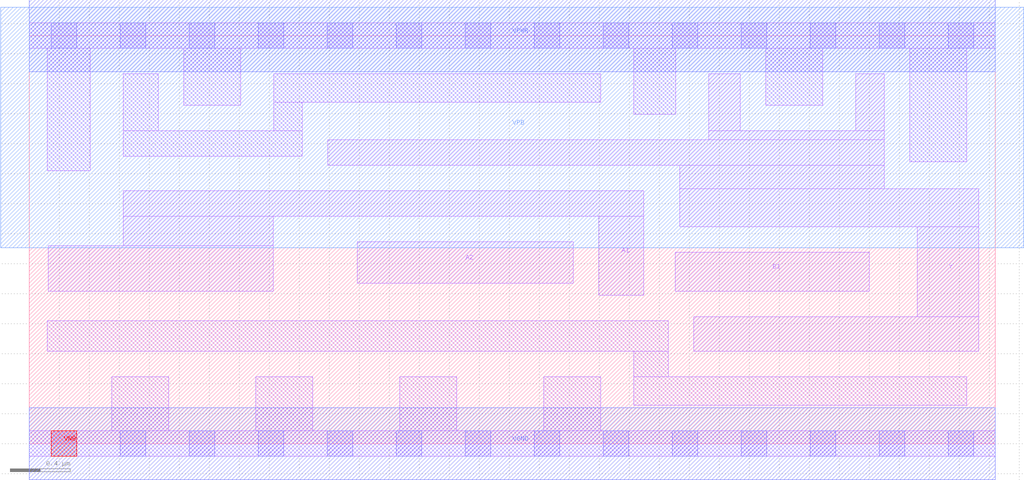
<source format=lef>
# Copyright 2020 The SkyWater PDK Authors
#
# Licensed under the Apache License, Version 2.0 (the "License");
# you may not use this file except in compliance with the License.
# You may obtain a copy of the License at
#
#     https://www.apache.org/licenses/LICENSE-2.0
#
# Unless required by applicable law or agreed to in writing, software
# distributed under the License is distributed on an "AS IS" BASIS,
# WITHOUT WARRANTIES OR CONDITIONS OF ANY KIND, either express or implied.
# See the License for the specific language governing permissions and
# limitations under the License.
#
# SPDX-License-Identifier: Apache-2.0

VERSION 5.7 ;
  NOWIREEXTENSIONATPIN ON ;
  DIVIDERCHAR "/" ;
  BUSBITCHARS "[]" ;
PROPERTYDEFINITIONS
  MACRO maskLayoutSubType STRING ;
  MACRO prCellType STRING ;
  MACRO originalViewName STRING ;
END PROPERTYDEFINITIONS
MACRO sky130_fd_sc_hdll__o21ai_4
  CLASS CORE ;
  FOREIGN sky130_fd_sc_hdll__o21ai_4 ;
  ORIGIN  0.000000  0.000000 ;
  SIZE  6.440000 BY  2.720000 ;
  SYMMETRY X Y R90 ;
  SITE unithd ;
  PIN A1
    ANTENNAGATEAREA  1.110000 ;
    DIRECTION INPUT ;
    USE SIGNAL ;
    PORT
      LAYER li1 ;
        RECT 0.125000 1.015000 1.625000 1.320000 ;
        RECT 0.625000 1.320000 1.625000 1.515000 ;
        RECT 0.625000 1.515000 4.095000 1.685000 ;
        RECT 3.795000 0.990000 4.095000 1.515000 ;
    END
  END A1
  PIN A2
    ANTENNAGATEAREA  1.110000 ;
    DIRECTION INPUT ;
    USE SIGNAL ;
    PORT
      LAYER li1 ;
        RECT 2.185000 1.070000 3.625000 1.345000 ;
    END
  END A2
  PIN B1
    ANTENNAGATEAREA  1.110000 ;
    DIRECTION INPUT ;
    USE SIGNAL ;
    PORT
      LAYER li1 ;
        RECT 4.305000 1.015000 5.600000 1.275000 ;
    END
  END B1
  PIN VNB
    PORT
      LAYER pwell ;
        RECT 0.145000 -0.085000 0.315000 0.085000 ;
    END
  END VNB
  PIN VPB
    PORT
      LAYER nwell ;
        RECT -0.190000 1.305000 6.630000 2.910000 ;
    END
  END VPB
  PIN Y
    ANTENNADIFFAREA  1.661500 ;
    DIRECTION OUTPUT ;
    USE SIGNAL ;
    PORT
      LAYER li1 ;
        RECT 1.990000 1.855000 5.700000 2.025000 ;
        RECT 4.335000 1.445000 6.330000 1.700000 ;
        RECT 4.335000 1.700000 5.700000 1.855000 ;
        RECT 4.430000 0.615000 6.330000 0.845000 ;
        RECT 4.530000 2.025000 5.700000 2.085000 ;
        RECT 4.530000 2.085000 4.740000 2.465000 ;
        RECT 5.510000 2.085000 5.700000 2.465000 ;
        RECT 5.920000 0.845000 6.330000 1.445000 ;
    END
  END Y
  PIN VGND
    DIRECTION INOUT ;
    USE GROUND ;
    PORT
      LAYER met1 ;
        RECT 0.000000 -0.240000 6.440000 0.240000 ;
    END
  END VGND
  PIN VPWR
    DIRECTION INOUT ;
    USE POWER ;
    PORT
      LAYER met1 ;
        RECT 0.000000 2.480000 6.440000 2.960000 ;
    END
  END VPWR
  OBS
    LAYER li1 ;
      RECT 0.000000 -0.085000 6.440000 0.085000 ;
      RECT 0.000000  2.635000 6.440000 2.805000 ;
      RECT 0.120000  0.615000 4.260000 0.820000 ;
      RECT 0.120000  1.820000 0.405000 2.635000 ;
      RECT 0.550000  0.085000 0.930000 0.445000 ;
      RECT 0.625000  1.915000 1.820000 2.085000 ;
      RECT 0.625000  2.085000 0.860000 2.465000 ;
      RECT 1.030000  2.255000 1.410000 2.635000 ;
      RECT 1.510000  0.085000 1.890000 0.445000 ;
      RECT 1.630000  2.085000 1.820000 2.275000 ;
      RECT 1.630000  2.275000 3.810000 2.465000 ;
      RECT 2.470000  0.085000 2.850000 0.445000 ;
      RECT 3.430000  0.085000 3.810000 0.445000 ;
      RECT 4.030000  0.255000 6.250000 0.445000 ;
      RECT 4.030000  0.445000 4.260000 0.615000 ;
      RECT 4.030000  2.195000 4.310000 2.635000 ;
      RECT 4.910000  2.255000 5.290000 2.635000 ;
      RECT 5.870000  1.880000 6.250000 2.635000 ;
    LAYER mcon ;
      RECT 0.145000 -0.085000 0.315000 0.085000 ;
      RECT 0.145000  2.635000 0.315000 2.805000 ;
      RECT 0.605000 -0.085000 0.775000 0.085000 ;
      RECT 0.605000  2.635000 0.775000 2.805000 ;
      RECT 1.065000 -0.085000 1.235000 0.085000 ;
      RECT 1.065000  2.635000 1.235000 2.805000 ;
      RECT 1.525000 -0.085000 1.695000 0.085000 ;
      RECT 1.525000  2.635000 1.695000 2.805000 ;
      RECT 1.985000 -0.085000 2.155000 0.085000 ;
      RECT 1.985000  2.635000 2.155000 2.805000 ;
      RECT 2.445000 -0.085000 2.615000 0.085000 ;
      RECT 2.445000  2.635000 2.615000 2.805000 ;
      RECT 2.905000 -0.085000 3.075000 0.085000 ;
      RECT 2.905000  2.635000 3.075000 2.805000 ;
      RECT 3.365000 -0.085000 3.535000 0.085000 ;
      RECT 3.365000  2.635000 3.535000 2.805000 ;
      RECT 3.825000 -0.085000 3.995000 0.085000 ;
      RECT 3.825000  2.635000 3.995000 2.805000 ;
      RECT 4.285000 -0.085000 4.455000 0.085000 ;
      RECT 4.285000  2.635000 4.455000 2.805000 ;
      RECT 4.745000 -0.085000 4.915000 0.085000 ;
      RECT 4.745000  2.635000 4.915000 2.805000 ;
      RECT 5.205000 -0.085000 5.375000 0.085000 ;
      RECT 5.205000  2.635000 5.375000 2.805000 ;
      RECT 5.665000 -0.085000 5.835000 0.085000 ;
      RECT 5.665000  2.635000 5.835000 2.805000 ;
      RECT 6.125000 -0.085000 6.295000 0.085000 ;
      RECT 6.125000  2.635000 6.295000 2.805000 ;
  END
  PROPERTY maskLayoutSubType "abstract" ;
  PROPERTY prCellType "standard" ;
  PROPERTY originalViewName "layout" ;
END sky130_fd_sc_hdll__o21ai_4
END LIBRARY

</source>
